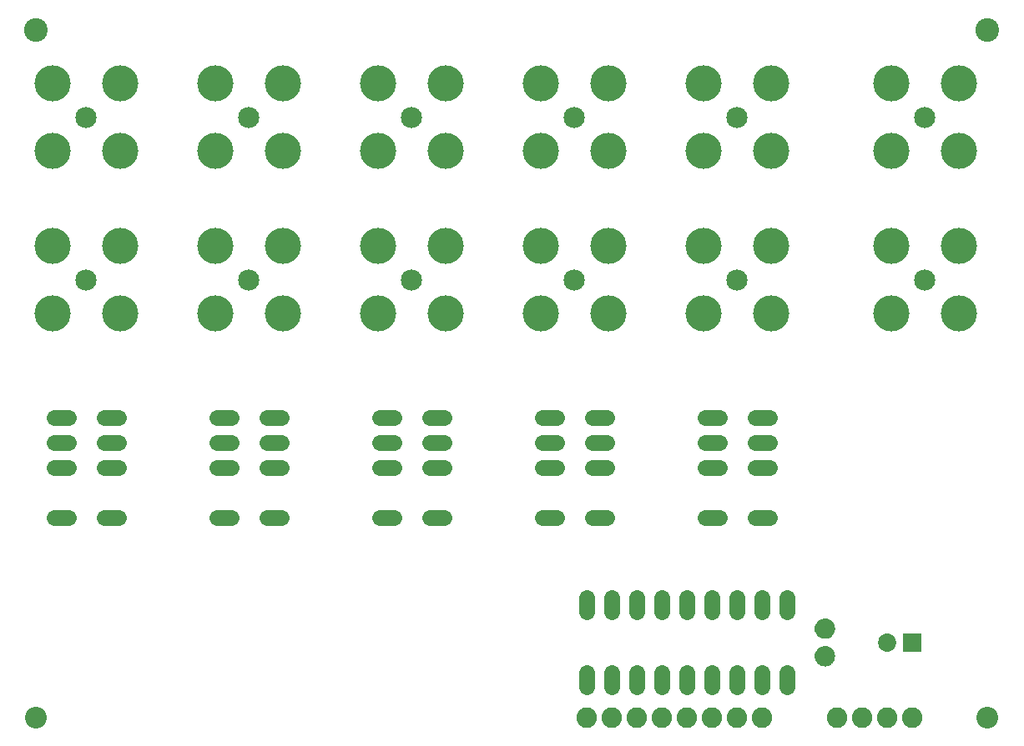
<source format=gbs>
G75*
G70*
%OFA0B0*%
%FSLAX24Y24*%
%IPPOS*%
%LPD*%
%AMOC8*
5,1,8,0,0,1.08239X$1,22.5*
%
%ADD10C,0.0946*%
%ADD11C,0.0867*%
%ADD12C,0.0640*%
%ADD13C,0.0820*%
%ADD14C,0.0635*%
%ADD15C,0.0848*%
%ADD16C,0.1441*%
%ADD17C,0.0050*%
%ADD18C,0.0730*%
%ADD19R,0.0730X0.0730*%
D10*
X001300Y028987D03*
X039300Y028987D03*
D11*
X001300Y001487D03*
X039300Y001487D03*
D12*
X031300Y002707D02*
X031300Y003267D01*
X030300Y003267D02*
X030300Y002707D01*
X029300Y002707D02*
X029300Y003267D01*
X028300Y003267D02*
X028300Y002707D01*
X027300Y002707D02*
X027300Y003267D01*
X026300Y003267D02*
X026300Y002707D01*
X025300Y002707D02*
X025300Y003267D01*
X024300Y003267D02*
X024300Y002707D01*
X023300Y002707D02*
X023300Y003267D01*
X023300Y005707D02*
X023300Y006267D01*
X024300Y006267D02*
X024300Y005707D01*
X025300Y005707D02*
X025300Y006267D01*
X026300Y006267D02*
X026300Y005707D01*
X027300Y005707D02*
X027300Y006267D01*
X028300Y006267D02*
X028300Y005707D01*
X029300Y005707D02*
X029300Y006267D01*
X030300Y006267D02*
X030300Y005707D01*
X031300Y005707D02*
X031300Y006267D01*
D13*
X030300Y001487D03*
X029300Y001487D03*
X028300Y001487D03*
X027300Y001487D03*
X026300Y001487D03*
X025300Y001487D03*
X024300Y001487D03*
X023300Y001487D03*
X033300Y001487D03*
X034300Y001487D03*
X035300Y001487D03*
X036300Y001487D03*
D14*
X030577Y009487D02*
X030023Y009487D01*
X028577Y009487D02*
X028023Y009487D01*
X028023Y011487D02*
X028577Y011487D01*
X028577Y012487D02*
X028023Y012487D01*
X028023Y013487D02*
X028577Y013487D01*
X030023Y013487D02*
X030577Y013487D01*
X030577Y012487D02*
X030023Y012487D01*
X030023Y011487D02*
X030577Y011487D01*
X024077Y011487D02*
X023523Y011487D01*
X023523Y012487D02*
X024077Y012487D01*
X024077Y013487D02*
X023523Y013487D01*
X022077Y013487D02*
X021523Y013487D01*
X021523Y012487D02*
X022077Y012487D01*
X022077Y011487D02*
X021523Y011487D01*
X021523Y009487D02*
X022077Y009487D01*
X023523Y009487D02*
X024077Y009487D01*
X017577Y009487D02*
X017023Y009487D01*
X015577Y009487D02*
X015023Y009487D01*
X015023Y011487D02*
X015577Y011487D01*
X015577Y012487D02*
X015023Y012487D01*
X015023Y013487D02*
X015577Y013487D01*
X017023Y013487D02*
X017577Y013487D01*
X017577Y012487D02*
X017023Y012487D01*
X017023Y011487D02*
X017577Y011487D01*
X011077Y011487D02*
X010523Y011487D01*
X010523Y012487D02*
X011077Y012487D01*
X011077Y013487D02*
X010523Y013487D01*
X009077Y013487D02*
X008523Y013487D01*
X008523Y012487D02*
X009077Y012487D01*
X009077Y011487D02*
X008523Y011487D01*
X008523Y009487D02*
X009077Y009487D01*
X010523Y009487D02*
X011077Y009487D01*
X004577Y009487D02*
X004023Y009487D01*
X002577Y009487D02*
X002023Y009487D01*
X002023Y011487D02*
X002577Y011487D01*
X002577Y012487D02*
X002023Y012487D01*
X002023Y013487D02*
X002577Y013487D01*
X004023Y013487D02*
X004577Y013487D01*
X004577Y012487D02*
X004023Y012487D01*
X004023Y011487D02*
X004577Y011487D01*
D15*
X003300Y018987D03*
X009800Y018987D03*
X016300Y018987D03*
X022800Y018987D03*
X029300Y018987D03*
X036800Y018987D03*
X036800Y025487D03*
X029300Y025487D03*
X022800Y025487D03*
X016300Y025487D03*
X009800Y025487D03*
X003300Y025487D03*
D16*
X001950Y026837D03*
X004650Y026837D03*
X004650Y024136D03*
X001950Y024136D03*
X001950Y020337D03*
X004650Y020337D03*
X004650Y017636D03*
X001950Y017636D03*
X008450Y017636D03*
X011150Y017636D03*
X011150Y020337D03*
X008450Y020337D03*
X008450Y024136D03*
X011150Y024136D03*
X011150Y026837D03*
X008450Y026837D03*
X014950Y026837D03*
X017650Y026837D03*
X017650Y024136D03*
X014950Y024136D03*
X014950Y020337D03*
X017650Y020337D03*
X017650Y017636D03*
X014950Y017636D03*
X021450Y017636D03*
X024150Y017636D03*
X024150Y020337D03*
X021450Y020337D03*
X021450Y024136D03*
X024150Y024136D03*
X024150Y026837D03*
X021450Y026837D03*
X027950Y026837D03*
X030650Y026837D03*
X030650Y024136D03*
X027950Y024136D03*
X027950Y020337D03*
X030650Y020337D03*
X030650Y017636D03*
X027950Y017636D03*
X035450Y017636D03*
X038150Y017636D03*
X038150Y020337D03*
X035450Y020337D03*
X035450Y024136D03*
X038150Y024136D03*
X038150Y026837D03*
X035450Y026837D03*
D17*
X032880Y005402D02*
X032949Y005380D01*
X033012Y005345D01*
X033068Y005299D01*
X033113Y005242D01*
X033146Y005178D01*
X033167Y005109D01*
X033173Y005037D01*
X033167Y004964D01*
X033147Y004894D01*
X033113Y004830D01*
X033068Y004773D01*
X033012Y004726D01*
X032949Y004691D01*
X032879Y004669D01*
X032807Y004661D01*
X032741Y004666D01*
X032677Y004682D01*
X032617Y004709D01*
X032562Y004747D01*
X032515Y004793D01*
X032476Y004847D01*
X032447Y004906D01*
X032430Y004970D01*
X032423Y005036D01*
X032430Y005102D01*
X032448Y005165D01*
X032477Y005225D01*
X032515Y005278D01*
X032563Y005324D01*
X032618Y005362D01*
X032678Y005389D01*
X032742Y005405D01*
X032808Y005410D01*
X032880Y005402D01*
X032933Y005385D02*
X032670Y005385D01*
X032581Y005337D02*
X033023Y005337D01*
X033076Y005288D02*
X032525Y005288D01*
X032487Y005240D02*
X033114Y005240D01*
X033140Y005191D02*
X032460Y005191D01*
X032441Y005143D02*
X033157Y005143D01*
X033168Y005094D02*
X032429Y005094D01*
X032424Y005046D02*
X033172Y005046D01*
X033170Y004997D02*
X032427Y004997D01*
X032435Y004949D02*
X033162Y004949D01*
X033148Y004900D02*
X032450Y004900D01*
X032474Y004852D02*
X033125Y004852D01*
X033092Y004803D02*
X032507Y004803D01*
X032554Y004755D02*
X033046Y004755D01*
X032976Y004706D02*
X032624Y004706D01*
X032742Y004303D02*
X032808Y004308D01*
X032880Y004300D01*
X032949Y004278D01*
X033012Y004243D01*
X033068Y004197D01*
X033113Y004140D01*
X033146Y004076D01*
X033167Y004007D01*
X033173Y003935D01*
X033167Y003862D01*
X033147Y003792D01*
X033113Y003728D01*
X033068Y003671D01*
X033012Y003624D01*
X032949Y003589D01*
X032879Y003567D01*
X032807Y003559D01*
X032741Y003564D01*
X032677Y003580D01*
X032617Y003607D01*
X032562Y003645D01*
X032515Y003691D01*
X032476Y003745D01*
X032447Y003804D01*
X032430Y003868D01*
X032423Y003934D01*
X032430Y003999D01*
X032448Y004063D01*
X032477Y004123D01*
X032515Y004176D01*
X032563Y004222D01*
X032618Y004260D01*
X032678Y004287D01*
X032742Y004303D01*
X032640Y004270D02*
X032964Y004270D01*
X033039Y004221D02*
X032561Y004221D01*
X032513Y004173D02*
X033087Y004173D01*
X033122Y004124D02*
X032478Y004124D01*
X032454Y004076D02*
X033147Y004076D01*
X033161Y004027D02*
X032438Y004027D01*
X032428Y003979D02*
X033169Y003979D01*
X033173Y003930D02*
X032423Y003930D01*
X032428Y003882D02*
X033169Y003882D01*
X033158Y003833D02*
X032439Y003833D01*
X032457Y003785D02*
X033143Y003785D01*
X033118Y003736D02*
X032482Y003736D01*
X032518Y003688D02*
X033081Y003688D01*
X033030Y003639D02*
X032570Y003639D01*
X032653Y003591D02*
X032952Y003591D01*
D18*
X035300Y004487D03*
D19*
X036300Y004487D03*
M02*

</source>
